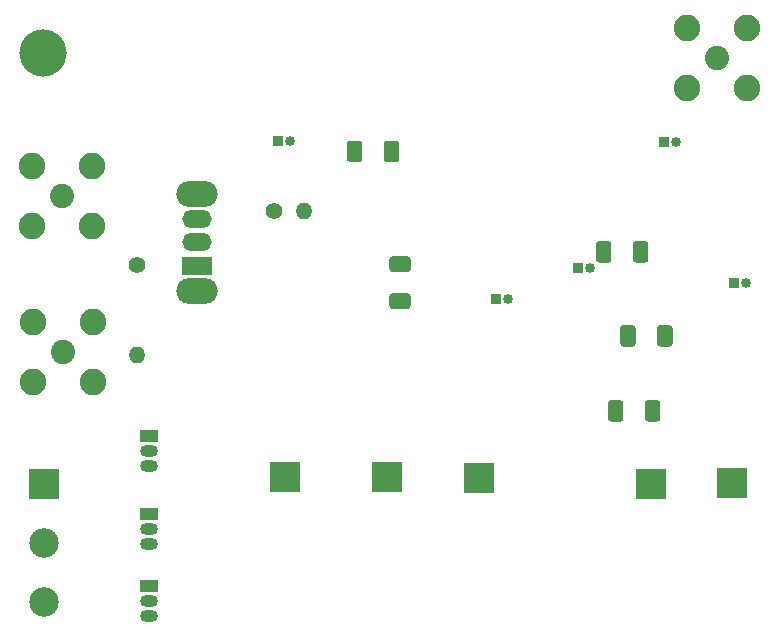
<source format=gbr>
%TF.GenerationSoftware,KiCad,Pcbnew,(5.1.8-0-10_14)*%
%TF.CreationDate,2022-04-27T14:32:14-05:00*%
%TF.ProjectId,SAQ_KiCad_one,5341515f-4b69-4436-9164-5f6f6e652e6b,rev?*%
%TF.SameCoordinates,Original*%
%TF.FileFunction,Soldermask,Bot*%
%TF.FilePolarity,Negative*%
%FSLAX46Y46*%
G04 Gerber Fmt 4.6, Leading zero omitted, Abs format (unit mm)*
G04 Created by KiCad (PCBNEW (5.1.8-0-10_14)) date 2022-04-27 14:32:14*
%MOMM*%
%LPD*%
G01*
G04 APERTURE LIST*
%ADD10O,1.400000X1.400000*%
%ADD11C,1.400000*%
%ADD12O,0.850000X0.850000*%
%ADD13R,0.850000X0.850000*%
%ADD14R,1.500000X1.050000*%
%ADD15O,1.500000X1.050000*%
%ADD16R,2.500000X2.500000*%
%ADD17C,4.000000*%
%ADD18C,2.250000*%
%ADD19C,2.050000*%
%ADD20C,2.500000*%
%ADD21O,3.500000X2.200000*%
%ADD22O,2.500000X1.500000*%
%ADD23R,2.500000X1.500000*%
G04 APERTURE END LIST*
D10*
%TO.C,JP1*%
X130937000Y-32893000D03*
D11*
X128397000Y-32893000D03*
%TD*%
D12*
%TO.C,LATCH*%
X162417000Y-27051000D03*
D13*
X161417000Y-27051000D03*
%TD*%
D12*
%TO.C,RESET*%
X155114500Y-37655500D03*
D13*
X154114500Y-37655500D03*
%TD*%
D12*
%TO.C,INT/4*%
X168322500Y-38989000D03*
D13*
X167322500Y-38989000D03*
%TD*%
D12*
%TO.C,INT-OUT*%
X148198000Y-40299000D03*
D13*
X147198000Y-40299000D03*
%TD*%
D12*
%TO.C,INPUT*%
X129714500Y-26924000D03*
D13*
X128714500Y-26924000D03*
%TD*%
D10*
%TO.C,R1*%
X116776500Y-45021500D03*
D11*
X116776500Y-37401500D03*
%TD*%
D14*
%TO.C,U4*%
X117792500Y-51943000D03*
D15*
X117792500Y-54483000D03*
X117792500Y-53213000D03*
%TD*%
D14*
%TO.C,U2*%
X117792500Y-64579500D03*
D15*
X117792500Y-67119500D03*
X117792500Y-65849500D03*
%TD*%
D14*
%TO.C,U1*%
X117792500Y-58483500D03*
D15*
X117792500Y-61023500D03*
X117792500Y-59753500D03*
%TD*%
D16*
%TO.C,VDD*%
X129349500Y-55372000D03*
%TD*%
%TO.C,+9*%
X137922000Y-55372000D03*
%TD*%
D17*
%TO.C,GND*%
X108839000Y-19494500D03*
%TD*%
D16*
%TO.C,+5*%
X160337500Y-55943500D03*
%TD*%
%TO.C,-15*%
X167132000Y-55897001D03*
%TD*%
%TO.C,+15*%
X145732500Y-55435500D03*
%TD*%
D18*
%TO.C,OUT*%
X163385500Y-22479000D03*
X163385500Y-17399000D03*
X168465500Y-17399000D03*
X168465500Y-22479000D03*
D19*
X165925500Y-19939000D03*
%TD*%
D20*
%TO.C,POWER*%
X108902500Y-65943500D03*
X108902500Y-60943500D03*
D16*
X108902500Y-55943500D03*
%TD*%
D18*
%TO.C,I-IN*%
X107886500Y-29019500D03*
X112966500Y-29019500D03*
X112966500Y-34099500D03*
X107886500Y-34099500D03*
D19*
X110426500Y-31559500D03*
%TD*%
D18*
%TO.C,V-IN*%
X113030000Y-47307500D03*
X107950000Y-47307500D03*
X107950000Y-42227500D03*
X113030000Y-42227500D03*
D19*
X110490000Y-44767500D03*
%TD*%
%TO.C,C10*%
G36*
G01*
X159018000Y-42783997D02*
X159018000Y-44084003D01*
G75*
G02*
X158768003Y-44334000I-249997J0D01*
G01*
X157942997Y-44334000D01*
G75*
G02*
X157693000Y-44084003I0J249997D01*
G01*
X157693000Y-42783997D01*
G75*
G02*
X157942997Y-42534000I249997J0D01*
G01*
X158768003Y-42534000D01*
G75*
G02*
X159018000Y-42783997I0J-249997D01*
G01*
G37*
G36*
G01*
X162143000Y-42783997D02*
X162143000Y-44084003D01*
G75*
G02*
X161893003Y-44334000I-249997J0D01*
G01*
X161067997Y-44334000D01*
G75*
G02*
X160818000Y-44084003I0J249997D01*
G01*
X160818000Y-42783997D01*
G75*
G02*
X161067997Y-42534000I249997J0D01*
G01*
X161893003Y-42534000D01*
G75*
G02*
X162143000Y-42783997I0J-249997D01*
G01*
G37*
%TD*%
%TO.C,C13*%
G36*
G01*
X156961000Y-35671997D02*
X156961000Y-36972003D01*
G75*
G02*
X156711003Y-37222000I-249997J0D01*
G01*
X155885997Y-37222000D01*
G75*
G02*
X155636000Y-36972003I0J249997D01*
G01*
X155636000Y-35671997D01*
G75*
G02*
X155885997Y-35422000I249997J0D01*
G01*
X156711003Y-35422000D01*
G75*
G02*
X156961000Y-35671997I0J-249997D01*
G01*
G37*
G36*
G01*
X160086000Y-35671997D02*
X160086000Y-36972003D01*
G75*
G02*
X159836003Y-37222000I-249997J0D01*
G01*
X159010997Y-37222000D01*
G75*
G02*
X158761000Y-36972003I0J249997D01*
G01*
X158761000Y-35671997D01*
G75*
G02*
X159010997Y-35422000I249997J0D01*
G01*
X159836003Y-35422000D01*
G75*
G02*
X160086000Y-35671997I0J-249997D01*
G01*
G37*
%TD*%
%TO.C,C11*%
G36*
G01*
X159777000Y-50434003D02*
X159777000Y-49133997D01*
G75*
G02*
X160026997Y-48884000I249997J0D01*
G01*
X160852003Y-48884000D01*
G75*
G02*
X161102000Y-49133997I0J-249997D01*
G01*
X161102000Y-50434003D01*
G75*
G02*
X160852003Y-50684000I-249997J0D01*
G01*
X160026997Y-50684000D01*
G75*
G02*
X159777000Y-50434003I0J249997D01*
G01*
G37*
G36*
G01*
X156652000Y-50434003D02*
X156652000Y-49133997D01*
G75*
G02*
X156901997Y-48884000I249997J0D01*
G01*
X157727003Y-48884000D01*
G75*
G02*
X157977000Y-49133997I0J-249997D01*
G01*
X157977000Y-50434003D01*
G75*
G02*
X157727003Y-50684000I-249997J0D01*
G01*
X156901997Y-50684000D01*
G75*
G02*
X156652000Y-50434003I0J249997D01*
G01*
G37*
%TD*%
D21*
%TO.C,SW1*%
X121856500Y-31424000D03*
X121856500Y-39624000D03*
D22*
X121856500Y-33524000D03*
X121856500Y-35524000D03*
D23*
X121856500Y-37524000D03*
%TD*%
%TO.C,C9*%
G36*
G01*
X138414997Y-39825500D02*
X139715003Y-39825500D01*
G75*
G02*
X139965000Y-40075497I0J-249997D01*
G01*
X139965000Y-40900503D01*
G75*
G02*
X139715003Y-41150500I-249997J0D01*
G01*
X138414997Y-41150500D01*
G75*
G02*
X138165000Y-40900503I0J249997D01*
G01*
X138165000Y-40075497D01*
G75*
G02*
X138414997Y-39825500I249997J0D01*
G01*
G37*
G36*
G01*
X138414997Y-36700500D02*
X139715003Y-36700500D01*
G75*
G02*
X139965000Y-36950497I0J-249997D01*
G01*
X139965000Y-37775503D01*
G75*
G02*
X139715003Y-38025500I-249997J0D01*
G01*
X138414997Y-38025500D01*
G75*
G02*
X138165000Y-37775503I0J249997D01*
G01*
X138165000Y-36950497D01*
G75*
G02*
X138414997Y-36700500I249997J0D01*
G01*
G37*
%TD*%
%TO.C,C8*%
G36*
G01*
X135879000Y-27162997D02*
X135879000Y-28463003D01*
G75*
G02*
X135629003Y-28713000I-249997J0D01*
G01*
X134803997Y-28713000D01*
G75*
G02*
X134554000Y-28463003I0J249997D01*
G01*
X134554000Y-27162997D01*
G75*
G02*
X134803997Y-26913000I249997J0D01*
G01*
X135629003Y-26913000D01*
G75*
G02*
X135879000Y-27162997I0J-249997D01*
G01*
G37*
G36*
G01*
X139004000Y-27162997D02*
X139004000Y-28463003D01*
G75*
G02*
X138754003Y-28713000I-249997J0D01*
G01*
X137928997Y-28713000D01*
G75*
G02*
X137679000Y-28463003I0J249997D01*
G01*
X137679000Y-27162997D01*
G75*
G02*
X137928997Y-26913000I249997J0D01*
G01*
X138754003Y-26913000D01*
G75*
G02*
X139004000Y-27162997I0J-249997D01*
G01*
G37*
%TD*%
M02*

</source>
